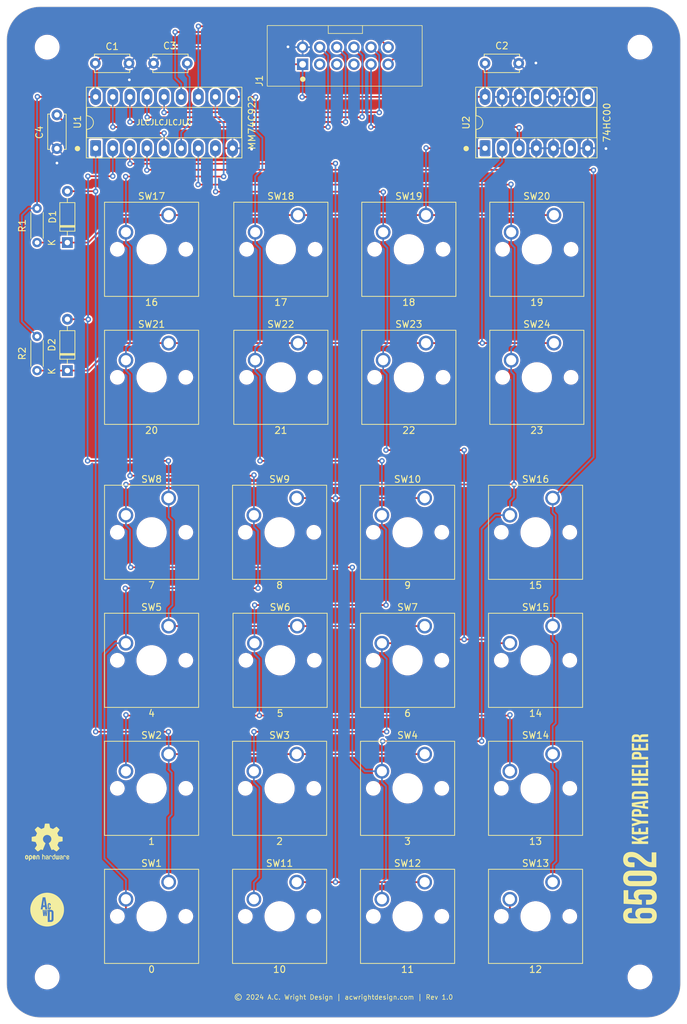
<source format=kicad_pcb>
(kicad_pcb (version 20241229) (generator "pcbnew") (generator_version "9.0")
  (title_block (title "6502 Keypad Helper") (date "2024-08-06") (rev "1.0") (company "A.C. Wright Design"))
  (layers (0 "F.Cu" signal "Top") (2 "B.Cu" signal "Bottom") (13 "F.Paste" user) (15 "B.Paste" user) (5 "F.SilkS" user "F.Silkscreen") (7 "B.SilkS" user "B.Silkscreen") (1 "F.Mask" user) (3 "B.Mask" user) (25 "Edge.Cuts" user))
  (net 0 "")
  (net 1 "GND")
  (net 2 "VCC")
  (net 3 "Net-(U1-KBM)")
  (net 4 "Net-(U1-OSC)")
  (net 5 "Y1")
  (net 6 "Y5")
  (net 7 "Y6")
  (net 8 "Y2")
  (net 9 "P4")
  (net 10 "P1")
  (net 11 "C2")
  (net 12 "C1")
  (net 13 "P0")
  (net 14 "P2")
  (net 15 "P3")
  (net 16 "X1")
  (net 17 "X2")
  (net 18 "X3")
  (net 19 "X4")
  (net 20 "Y3")
  (net 21 "Y4")
  (footprint "Symbol:OSHW-Logo2_7.3x6mm_SilkScreen" (layer "F.Cu") (at 40.9011 157.6136)
    (property "Reference" "REF**" (hide yes))
    (property "Value" "OSHW-Logo2_7.3x6mm_SilkScreen" (hide yes))
  )
  (footprint "Package_DIP:DIP-14_W7.62mm_Socket_LongPads" (layer "F.Cu") (at 105.9011 54.6136 90)
    (property "Reference" "U2")
    (property "Value" "74HC00")
  )
  (footprint "Diode_THT:D_DO-35_SOD27_P7.62mm_Horizontal" (layer "F.Cu") (at 43.9011 68.6136 90)
    (property "Reference" "D1")
    (property "Value" "1N914" (hide yes))
  )
  (footprint "A.C. Wright Logo:A.C. Wright Logo 5mm" (layer "F.Cu") (at 40.9011 167.6136)
    (property "Reference" "G***" (hide yes))
    (property "Value" "LOGO" (hide yes))
  )
  (footprint "Button_Switch_Keyboard:SW_Cherry_MX_1.00u_PCB" (layer "F.Cu") (at 77.9411 163.5336)
    (property "Reference" "SW11")
    (property "Value" "10")
  )
  (footprint "Button_Switch_Keyboard:SW_Cherry_MX_1.00u_PCB" (layer "F.Cu") (at 115.9411 125.5336)
    (property "Reference" "SW15")
    (property "Value" "14")
  )
  (footprint "Button_Switch_Keyboard:SW_Cherry_MX_1.00u_PCB" (layer "F.Cu") (at 77.9411 106.5336)
    (property "Reference" "SW9")
    (property "Value" "8")
  )
  (footprint "Button_Switch_Keyboard:SW_Cherry_MX_1.00u_PCB" (layer "F.Cu") (at 58.9411 83.5336)
    (property "Reference" "SW21")
    (property "Value" "20")
  )
  (footprint "Button_Switch_Keyboard:SW_Cherry_MX_1.00u_PCB" (layer "F.Cu") (at 78.1311 64.5336)
    (property "Reference" "SW18")
    (property "Value" "17")
  )
  (footprint "Button_Switch_Keyboard:SW_Cherry_MX_1.00u_PCB" (layer "F.Cu") (at 115.9411 106.5336)
    (property "Reference" "SW16")
    (property "Value" "15")
  )
  (footprint "Button_Switch_Keyboard:SW_Cherry_MX_1.00u_PCB" (layer "F.Cu") (at 78.1311 83.5336)
    (property "Reference" "SW22")
    (property "Value" "21")
  )
  (footprint "Button_Switch_Keyboard:SW_Cherry_MX_1.00u_PCB" (layer "F.Cu") (at 96.9411 125.5336)
    (property "Reference" "SW7")
    (property "Value" "6")
  )
  (footprint "MountingHole:MountingHole_3.2mm_M3" (layer "F.Cu") (at 128.9011 177.6136)
    (property "Reference" "H4" (hide yes))
    (property "Value" "MountingHole" (hide yes))
  )
  (footprint "Resistor_THT:R_Axial_DIN0204_L3.6mm_D1.6mm_P5.08mm_Horizontal" (layer "F.Cu") (at 39.4011 87.6136 90)
    (property "Reference" "R2")
    (property "Value" "100k" (hide yes))
  )
  (footprint "Button_Switch_Keyboard:SW_Cherry_MX_1.00u_PCB" (layer "F.Cu") (at 97.1311 83.5336)
    (property "Reference" "SW23")
    (property "Value" "22")
  )
  (footprint "6502 Logos:6502 Keypad Helper Logo 5mm" (layer "F.Cu") (at 128.901047 149.686866 90)
    (property "Reference" "G***" (hide yes))
    (property "Value" "LOGO" (hide yes))
  )
  (footprint "Button_Switch_Keyboard:SW_Cherry_MX_1.00u_PCB" (layer "F.Cu") (at 58.9411 144.5336)
    (property "Reference" "SW2")
    (property "Value" "1")
  )
  (footprint "Button_Switch_Keyboard:SW_Cherry_MX_1.00u_PCB" (layer "F.Cu") (at 58.9411 163.5336)
    (property "Reference" "SW1")
    (property "Value" "0")
  )
  (footprint "Button_Switch_Keyboard:SW_Cherry_MX_1.00u_PCB" (layer "F.Cu") (at 115.9411 144.5336)
    (property "Reference" "SW14")
    (property "Value" "13")
  )
  (footprint "Button_Switch_Keyboard:SW_Cherry_MX_1.00u_PCB" (layer "F.Cu") (at 58.9411 125.5336)
    (property "Reference" "SW5")
    (property "Value" "4")
  )
  (footprint "Button_Switch_Keyboard:SW_Cherry_MX_1.00u_PCB" (layer "F.Cu") (at 116.1311 64.5336)
    (property "Reference" "SW20")
    (property "Value" "19")
  )
  (footprint "Button_Switch_Keyboard:SW_Cherry_MX_1.00u_PCB" (layer "F.Cu") (at 78.0211 125.5336)
    (property "Reference" "SW6")
    (property "Value" "5")
  )
  (footprint "Button_Switch_Keyboard:SW_Cherry_MX_1.00u_PCB" (layer "F.Cu") (at 58.9411 106.5336)
    (property "Reference" "SW8")
    (property "Value" "7")
  )
  (footprint "Button_Switch_Keyboard:SW_Cherry_MX_1.00u_PCB" (layer "F.Cu") (at 115.9411 163.5336)
    (property "Reference" "SW13")
    (property "Value" "12")
  )
  (footprint "Button_Switch_Keyboard:SW_Cherry_MX_1.00u_PCB" (layer "F.Cu") (at 97.1311 64.5336)
    (property "Reference" "SW19")
    (property "Value" "18")
  )
  (footprint "MountingHole:MountingHole_3.2mm_M3" (layer "F.Cu") (at 40.9011 39.6136)
    (property "Reference" "H1" (hide yes))
    (property "Value" "MountingHole" (hide yes))
  )
  (footprint "MountingHole:MountingHole_3.2mm_M3" (layer "F.Cu") (at 128.9011 39.6136)
    (property "Reference" "H2" (hide yes))
    (property "Value" "MountingHole" (hide yes))
  )
  (footprint "Capacitor_THT:C_Disc_D5.0mm_W2.5mm_P5.00mm" (layer "F.Cu") (at 48.0511 42.0136)
    (property "Reference" "C1")
    (property "Value" "100nF" (hide yes))
  )
  (footprint "Package_DIP:DIP-18_W7.62mm_Socket_LongPads" (layer "F.Cu") (at 48.1011 54.6136 90)
    (property "Reference" "U1")
    (property "Value" "MM74C922")
  )
  (footprint "Button_Switch_Keyboard:SW_Cherry_MX_1.00u_PCB" (layer "F.Cu") (at 96.9411 106.5336)
    (property "Reference" "SW10")
    (property "Value" "9")
  )
  (footprint "Capacitor_THT:C_Disc_D5.0mm_W2.5mm_P5.00mm" (layer "F.Cu") (at 42.3511 49.6636 -90)
    (property "Reference" "C4")
    (property "Value" "1uF" (hide yes))
  )
  (footprint "Button_Switch_Keyboard:SW_Cherry_MX_1.00u_PCB" (layer "F.Cu") (at 96.9411 144.5336)
    (property "Reference" "SW4")
    (property "Value" "3")
  )
  (footprint "Button_Switch_Keyboard:SW_Cherry_MX_1.00u_PCB" (layer "F.Cu") (at 96.9411 163.5336)
    (property "Reference" "SW12")
    (property "Value" "11")
  )
  (footprint "Button_Switch_Keyboard:SW_Cherry_MX_1.00u_PCB" (layer "F.Cu") (at 116.1311 83.5336)
    (property "Reference" "SW24")
    (property "Value" "23")
  )
  (footprint "6502 Parts:6502 GPIO Connector" (layer "F.Cu") (at 78.8211 42.1536 90)
    (property "Reference" "J1")
    (property "Value" "PORT" (hide yes))
  )
  (footprint "MountingHole:MountingHole_3.2mm_M3" (layer "F.Cu") (at 40.9011 177.6136)
    (property "Reference" "H3" (hide yes))
    (property "Value" "MountingHole" (hide yes))
  )
  (footprint "Capacitor_THT:C_Disc_D5.0mm_W2.5mm_P5.00mm" (layer "F.Cu") (at 105.9011 42.0136)
    (property "Reference" "C2")
    (property "Value" "100nF" (hide yes))
  )
  (footprint "Diode_THT:D_DO-35_SOD27_P7.62mm_Horizontal" (layer "F.Cu") (at 43.9011 87.6136 90)
    (property "Reference" "D2")
    (property "Value" "1N914" (hide yes))
  )
  (footprint "Resistor_THT:R_Axial_DIN0204_L3.6mm_D1.6mm_P5.08mm_Horizontal" (layer "F.Cu") (at 39.4011 68.6136 90)
    (property "Reference" "R1")
    (property "Value" "100k" (hide yes))
  )
  (footprint "Capacitor_THT:C_Disc_D5.0mm_W2.5mm_P5.00mm" (layer "F.Cu") (at 61.7011 42.0136 180)
    (property "Reference" "C3")
    (property "Value" "10uF" (hide yes))
  )
  (footprint "Button_Switch_Keyboard:SW_Cherry_MX_1.00u_PCB" (layer "F.Cu") (at 77.9411 144.5336)
    (property "Reference" "SW3")
    (property "Value" "2")
  )
  (footprint "Button_Switch_Keyboard:SW_Cherry_MX_1.00u_PCB" (layer "F.Cu") (at 58.9411 64.5336)
    (property "Reference" "SW17")
    (property "Value" "16")
  )
  (gr_circle (center 103.1011 54.6636) (end 103.3011 54.6636) (stroke (width 0.4)) (fill no) (layer "F.SilkS"))
  (gr_circle (center 45.4011 54.6636) (end 45.6011 54.6636) (stroke (width 0.4)) (fill no) (layer "F.SilkS"))
  (gr_circle (center 78.8511 44.3636) (end 79.0511 44.3636) (stroke (width 0.4)) (fill no) (layer "F.SilkS"))
  (gr_arc (start 39.9011 183.6136) (mid 36.365566 182.149134) (end 34.9011 178.6136) (stroke (width 0.05)) (layer "Edge.Cuts"))
  (gr_line (start 134.9011 178.6136) (end 134.9011 38.6136) (stroke (width 0.05)) (layer "Edge.Cuts"))
  (gr_line (start 39.9011 183.6136) (end 129.9011 183.6136) (stroke (width 0.05)) (layer "Edge.Cuts"))
  (gr_line (start 34.9011 38.6136) (end 34.9011 178.6136) (stroke (width 0.05)) (layer "Edge.Cuts"))
  (gr_arc (start 34.9011 38.6136) (mid 36.365566 35.078066) (end 39.9011 33.6136) (stroke (width 0.05)) (layer "Edge.Cuts"))
  (gr_line (start 129.9011 33.6136) (end 39.9011 33.6136) (stroke (width 0.05)) (layer "Edge.Cuts"))
  (gr_arc (start 129.9011 33.6136) (mid 133.436634 35.078066) (end 134.9011 38.6136) (stroke (width 0.05)) (layer "Edge.Cuts"))
  (gr_arc (start 134.9011 178.6136) (mid 133.436634 182.149134) (end 129.9011 183.6136) (stroke (width 0.05)) (layer "Edge.Cuts"))
  (gr_text "JLCJLCJLCJLC" (at 58.2511 50.7886 0) (layer "F.SilkS") (effects (font (size 0.8 0.8))))
  (gr_text "© 2024 A.C. Wright Design | acwrightdesign.com | Rev 1.0" (at 84.9011 180.6136 0) (layer "F.SilkS") (effects (font (size 0.7 0.7) (thickness 0.1))))
  (via (at 76.6511 39.5636) (size 0.8) (drill 0.4) (layers "F.Cu" "B.Cu") (net 1))
  (via (at 113.4511 41.9636) (size 0.8) (drill 0.4) (layers "F.Cu" "B.Cu") (net 1))
  (via (at 42.3511 56.8136) (size 0.8) (drill 0.4) (layers "F.Cu" "B.Cu") (net 1))
  (via (at 123.8511 54.6636) (size 0.8) (drill 0.4) (layers "F.Cu" "B.Cu") (net 1))
  (via (at 71.2511 54.7636) (size 0.8) (drill 0.4) (layers "F.Cu" "B.Cu") (net 1))
  (via (at 53.1011 44.4636) (size 0.8) (drill 0.4) (layers "F.Cu" "B.Cu") (net 1))
  (segment (start 78.7711 46.9936) (end 105.9011 46.9936) (width 0.25) (layer "F.Cu") (net 2))
  (segment (start 48.0511 42.0136) (end 50.5011 39.5636) (width 0.25) (layer "F.Cu") (net 2))
  (segment (start 78.7511 47.0136) (end 78.7711 46.9936) (width 0.25) (layer "F.Cu") (net 2))
  (segment (start 48.1011 46.9936) (end 39.4811 46.9936) (width 0.25) (layer "F.Cu") (net 2))
  (segment (start 71.0011 39.5636) (end 73.6011 42.1636) (width 0.25) (layer "F.Cu") (net 2))
  (segment (start 73.6111 42.1536) (end 78.8211 42.1536) (width 0.25) (layer "F.Cu") (net 2))
  (segment (start 50.5011 39.5636) (end 71.0011 39.5636) (width 0.25) (layer "F.Cu") (net 2))
  (segment (start 73.6011 42.1636) (end 73.6111 42.1536) (width 0.25) (layer "F.Cu") (net 2))
  (segment (start 39.4811 46.9936) (end 39.4511 46.9636) (width 0.25) (layer "F.Cu") (net 2))
  (via (at 39.4511 46.9636) (size 0.8) (drill 0.4) (layers "F.Cu" "B.Cu") (net 2))
  (via (at 78.7511 47.0136) (size 0.8) (drill 0.4) (layers "F.Cu" "B.Cu") (net 2))
  (segment (start 105.9011 46.9936) (end 105.9011 42.0136) (width 0.25) (layer "B.Cu") (net 2))
  (segment (start 38.1011 81.2636) (end 38.1311 81.2636) (width 0.25) (layer "B.Cu") (net 2))
  (segment (start 48.0511 42.0136) (end 48.0511 46.9436) (width 0.25) (layer "B.Cu") (net 2))
  (segment (start 37.1511 64.5636) (end 37.1511 80.3136) (width 0.25) (layer "B.Cu") (net 2))
  (segment (start 78.8211 46.9436) (end 78.7511 47.0136) (width 0.25) (layer "B.Cu") (net 2))
  (segment (start 38.1311 81.2636) (end 39.4011 82.5336) (width 0.25) (layer "B.Cu") (net 2))
  (segment (start 38.1811 63.5336) (end 37.1511 64.5636) (width 0.25) (layer "B.Cu") (net 2))
  (segment (start 39.4011 63.5336) (end 38.1811 63.5336) (width 0.25) (layer "B.Cu") (net 2))
  (segment (start 78.8211 42.1536) (end 78.8211 46.9436) (width 0.25) (layer "B.Cu") (net 2))
  (segment (start 39.4011 47.0136) (end 39.4011 63.5336) (width 0.25) (layer "B.Cu") (net 2))
  (segment (start 39.4511 46.9636) (end 39.4011 47.0136) (width 0.25) (layer "B.Cu") (net 2))
  (segment (start 37.1511 80.3136) (end 38.1011 81.2636) (width 0.25) (layer "B.Cu") (net 2))
  (segment (start 48.0511 46.9436) (end 48.1011 46.9936) (width 0.25) (layer "B.Cu") (net 2))
  (segment (start 60.8011 52.2636) (end 60.8011 54.6136) (width 0.25) (layer "B.Cu") (net 3))
  (segment (start 62.0511 44.0636) (end 62.0511 51.0136) (width 0.25) (layer "B.Cu") (net 3))
  (segment (start 62.0511 51.0136) (end 60.8011 52.2636) (width 0.25) (layer "B.Cu") (net 3))
  (segment (start 61.7011 43.7136) (end 62.0511 44.0636) (width 0.25) (layer "B.Cu") (net 3))
  (segment (start 61.7011 42.0136) (end 61.7011 43.7136) (width 0.25) (layer "B.Cu") (net 3))
  (segment (start 45.0511 52.3636) (end 58.2611 52.3636) (width 0.25) (layer "F.Cu") (net 4))
  (segment (start 42.3511 49.6636) (end 45.0511 52.3636) (width 0.25) (layer "F.Cu") (net 4))
  (via (at 58.2611 52.3636) (size 0.8) (drill 0.4) (layers "F.Cu" "B.Cu") (net 4))
  (segment (start 58.2611 52.3636) (end 58.2611 54.6136) (width 0.25) (layer "B.Cu") (net 4))
  (segment (start 58.9411 144.5336) (end 77.9411 144.5336) (width 0.25) (layer "F.Cu") (net 5))
  (segment (start 58.9011 141.2136) (end 48.1011 141.2136) (width 0.25) (layer "F.Cu") (net 5))
  (segment (start 48.0811 60.9936) (end 43.9011 60.9936) (width 0.25) (layer "F.Cu") (net 5))
  (segment (start 77.9411 144.5336) (end 96.9411 144.5336) (width 0.25) (layer "F.Cu") (net 5))
  (segment (start 48.1011 61.0136) (end 48.0811 60.9936) (width 0.25) (layer "F.Cu") (net 5))
  (via (at 58.9011 141.2136) (size 0.8) (drill 0.4) (layers "F.Cu" "B.Cu") (net 5))
  (via (at 48.1011 61.0136) (size 0.8) (drill 0.4) (layers "F.Cu" "B.Cu") (net 5))
  (via (at 48.1011 141.2136) (size 0.8) (drill 0.4) (layers "F.Cu" "B.Cu") (net 5))
  (segment (start 59.4011 153.5136) (end 59.4011 147.3136) (width 0.25) (layer "B.Cu") (net 5))
  (segment (start 59.4011 147.3136) (end 58.9011 146.8136) (width 0.25) (layer "B.Cu") (net 5))
  (segment (start 58.9411 146.7736) (end 58.9411 144.5336) (width 0.25) (layer "B.Cu") (net 5))
  (segment (start 48.1011 141.2136) (end 48.1011 61.0136) (width 0.25) (layer "B.Cu") (net 5))
  (segment (start 58.9411 144.5336) (end 58.9411 141.2536) (width 0.25) (layer "B.Cu") (net 5))
  (segment (start 48.1011 54.8136) (end 48.1011 61.0136) (width 0.25) (layer "B.Cu") (net 5))
  (segment (start 58.9411 141.2536) (end 58.9011 141.2136) (width 0.25) (layer "B.Cu") (net 5))
  (segment (start 58.9011 146.8136) (end 58.9411 146.7736) (width 0.25) (layer "B.Cu") (net 5))
  (segment (start 47.9011 54.6136) (end 48.1011 54.8136) (width 0.25) (layer "B.Cu") (net 5))
  (segment (start 58.9411 163.5336) (end 58.9411 153.9736) (width 0.25) (layer "B.Cu") (net 5))
  (segment (start 58.9411 153.9736) (end 59.4011 153.5136) (width 0.25) (layer "B.Cu") (net 5))
  (segment (start 58.9411 64.5336) (end 51.0811 64.5336) (width 0.25) (layer "F.Cu") (net 6))
  (segment (start 97.2011 54.6136) (end 105.9011 54.6136) (width 0.25) (layer "F.Cu") (net 6))
  (segment (start 39.4011 68.6136) (end 43.9011 68.6136) (width 0.25) (layer "F.Cu") (net 6))
  (segment (start 58.9411 64.5336) (end 116.1311 64.5336) (width 0.25) (layer "F.Cu") (net 6))
  (segment (start 47.0011 68.6136) (end 43.9011 68.6136) (width 0.25) (layer "F.Cu") (net 6))
  (segment (start 97.1511 54.5636) (end 97.2011 54.6136) (width 0.25) (layer "F.Cu") (net 6))
  (segment (start 51.0811 64.5336) (end 47.0011 68.6136) (width 0.25) (layer "F.Cu") (net 6))
  (via (at 97.1511 54.5636) (size 0.8) (drill 0.4) (layers "F.Cu" "B.Cu") (net 6))
  (segment (start 97.1311 54.5836) (end 97.1511 54.5636) (width 0.25) (layer "B.Cu") (net 6))
  (segment (start 97.1311 64.5336) (end 97.1311 54.5836) (width 0.25) (layer "B.Cu") (net 6))
  (segment (start 105.5011 83.5336) (end 116.1311 83.5336) (width 0.25) (layer "F.Cu") (net 7))
  (segment (start 58.9411 83.5336) (end 105.5011 83.5336) (width 0.25) (layer "F.Cu") (net 7))
  (segment (start 47.0011 87.6136) (end 43.9011 87.6136) (width 0.25) (layer "F.Cu") (net 7))
  (segment (start 39.4011 87.6136) (end 43.9011 87.6136) (width 0.25) (layer "F.Cu") (net 7))
  (segment (start 51.0811 83.5336) (end 47.0011 87.6136) (width 0.25) (layer "F.Cu") (net 7))
  (segment (start 58.9411 83.5336) (end 51.0811 83.5336) (width 0.25) (layer "F.Cu") (net 7))
  (via (at 105.5011 83.5336) (size 0.8) (drill 0.4) (layers "F.Cu" "B.Cu") (net 7))
  (segment (start 108.4411 56.5736) (end 105.4511 59.5636) (width 0.25) (layer "B.Cu") (net 7))
  (segment (start 105.4511 83.4836) (end 105.5011 83.5336) (width 0.25) (layer "B.Cu") (net 7))
  (segment (start 108.4411 54.6136) (end 108.4411 56.5736) (width 0.25) (layer "B.Cu") (net 7))
  (segment (start 105.4511 59.5636) (end 105.4511 83.4836) (width 0.25) (layer "B.Cu") (net 7))
  (segment (start 46.2011 80.0136) (end 46.1811 79.9936) (width 0.25) (layer "F.Cu") (net 8))
  (segment (start 46.9511 58.7636) (end 50.6411 58.7636) (width 0.25) (layer "F.Cu") (net 8))
  (segment (start 47.0011 80.0136) (end 46.2011 80.0136) (width 0.25) (layer "F.Cu") (net 8))
  (segment (start 58.9411 125.5336) (end 96.9411 125.5336) (width 0.25) (layer "F.Cu") (net 8))
  (segment (start 58.9011 101.0136) (end 46.9011 101.0136) (width 0.25) (layer "F.Cu") (net 8))
  (segment (start 46.1811 79.9936) (end 43.9011 79.9936) (width 0.25) (layer "F.Cu") (net 8))
  (via (at 58.9011 101.0136) (size 0.8) (drill 0.4) (layers "F.Cu" "B.Cu") (net 8))
  (via (at 47.0011 80.0136) (size 0.8) (drill 0.4) (layers "F.Cu" "B.Cu") (net 8))
  (via (at 50.6411 58.7636) (size 0.8) (drill 0.4) (layers "F.Cu" "B.Cu") (net 8))
  (via (at 46.9511 58.7636) (size 0.8) (drill 0.4) (layers "F.Cu" "B.Cu") (net 8))
  (via (at 46.9011 101.0136) (size 0.8) (drill 0.4) (layers "F.Cu" "B.Cu") (net 8))
  (segment (start 59.5011 109.9136) (end 58.9411 109.3536) (width 0.25) (layer "B.Cu") (net 8))
  (segment (start 59.5011 122.4136) (end 59.5011 109.9136) (width 0.25) (layer "B.Cu") (net 8))
  (segment (start 46.9761 79.9886) (end 46.9761 58.7886) (width 0.25) (layer "B.Cu") (net 8))
  (segment (start 46.9761 58.7886) (end 46.9511 58.7636) (width 0.25) (layer "B.Cu") (net 8))
  (segment (start 58.9411 106.5336) (end 58.9411 101.0536) (width 0.25) (layer "B.Cu") (net 8))
  (segment (start 46.9011 101.0136) (end 46.9011 80.1136) (width 0.25) (layer "B.Cu") (net 8))
  (segment (start 58.9411 125.5336) (end 58.9411 122.9736) (width 0.25) (layer "B.Cu") (net 8))
  (segment (start 58.9411 109.3536) (end 58.9411 106.5336) (width 0.25) (layer "B.Cu") (net 8))
  (segment (start 50.6411 54.6136) (end 50.6411 58.7636) (width 0.25) (layer "B.Cu") (net 8))
  (segment (start 47.0011 80.0136) (end 46.9761 79.9886) (width 0.25) (layer "B.Cu") (net 8))
  (segment (start 46.9011 80.1136) (end 47.0011 80.0136) (width 0.25) (layer "B.Cu") (net 8))
  (segment (start 58.9411 101.0536) (end 58.9011 101.0136) (width 0.25) (layer "B.Cu") (net 8))
  (segment (start 58.9411 122.9736) (end 59.5011 122.4136) (width 0.25) (layer "B.Cu") (net 8))
  (segment (start 88.9511 51.4636) (end 110.8511 51.4636) (width 0.25) (layer "F.Cu") (net 9))
  (segment (start 110.8511 51.4636) (end 110.9511 51.5636) (width 0.25) (layer "F.Cu") (net 9))
  (via (at 88.9511 51.4636) (size 0.8) (drill 0.4) (layers "F.Cu" "B.Cu") (net 9))
  (via (at 110.9511 51.5636) (size 0.8) (drill 0.4) (layers "F.Cu" "B.Cu") (net 9))
  (segment (start 88.9811 42.1536) (end 88.9811 51.4336) (width 0.25) (layer "B.Cu") (net 9))
  (segment (start 110.9511 51.5636) (end 110.9811 51.5936) (width 0.25) (layer "B.Cu") (net 9))
  (segment (start 110.9811 51.5936) (end 110.9811 54.6136) (width 0.25) (layer "B.Cu") (net 9))
  (segment (start 88.9811 51.4336) (end 88.9511 51.4636) (width 0.25) (layer "B.Cu") (net 9))
  (segment (start 53.2011 50.7136) (end 85.2011 50.7136) (width 0.25) (layer "F.Cu") (net 10))
  (via (at 85.2011 50.7136) (size 0.8) (drill 0.4) (layers "F.Cu" "B.Cu") (net 10))
  (via (at 53.2011 50.7136) (size 0.8) (drill 0.4) (layers "F.Cu" "B.Cu") (net 10))
  (segment (start 85.2011 40.9136) (end 83.9011 39.6136) (width 0.25) (layer "B.Cu") (net 10))
  (segment (start 53.1811 50.6936) (end 53.2011 50.7136) (width 0.25) (layer "B.Cu") (net 10))
  (segment (start 85.2011 50.7136) (end 85.2011 40.9136) (width 0.25) (layer "B.Cu") (net 10))
  (segment (start 53.1811 46.9936) (end 53.1811 50.6936) (width 0.25) (layer "B.Cu") (net 10))
  (segment (start 89.2711 37.3636) (end 91.5211 39.6136) (width 0.25) (layer "F.Cu") (net 11))
  (segment (start 59.9011 37.3636) (end 89.2711 37.3636) (width 0.25) (layer "F.Cu") (net 11))
  (via (at 59.9011 37.3636) (size 0.8) (drill 0.4) (layers "F.Cu" "B.Cu") (net 11))
  (segment (start 59.9011 44.1636) (end 59.9011 37.9136) (width 0.25) (layer "B.Cu") (net 11))
  (segment (start 60.8011 46.9936) (end 60.8011 45.0636) (width 0.25) (layer "B.Cu") (net 11))
  (segment (start 59.9011 37.9136) (end 59.9011 37.3636) (width 0.25) (layer "B.Cu") (net 11))
  (segment (start 60.8011 45.0636) (end 59.9011 44.1636) (width 0.25) (layer "B.Cu") (net 11))
  (segment (start 93.3511 38.6636) (end 93.3511 40.3236) (width 0.25) (layer "F.Cu") (net 12))
  (segment (start 91.2011 36.5136) (end 93.3511 38.6636) (width 0.25) (layer "F.Cu") (net 12))
  (segment (start 63.3511 36.5136) (end 91.2011 36.5136) (width 0.25) (layer "F.Cu") (net 12))
  (segment (start 93.3511 40.3236) (end 91.5211 42.1536) (width 0.25) (layer "F.Cu") (net 12))
  (via (at 63.3511 36.5136) (size 0.8) (drill 0.4) (layers "F.Cu" "B.Cu") (net 12))
  (segment (start 63.3411 36.5236) (end 63.3511 36.5136) (width 0.25) (layer "B.Cu") (net 12))
  (segment (start 63.3411 46.9936) (end 63.3411 36.5236) (width 0.25) (layer "B.Cu") (net 12))
  (segment (start 50.6511 51.4636) (end 82.6011 51.4636) (width 0.25) (layer "F.Cu") (net 13))
  (via (at 82.6011 51.4636) (size 0.8) (drill 0.4) (layers "F.Cu" "B.Cu") (net 13))
  (via (at 50.6511 51.4636) (size 0.8) (drill 0.4) (layers "F.Cu" "B.Cu") (net 13))
  (segment (start 50.6411 51.4536) (end 50.6511 51.4636) (width 0.25) (layer "B.Cu") (net 13))
  (segment (start 82.6011 40.8536) (end 81.3611 39.6136) (width 0.25) (layer "B.Cu") (net 13))
  (segment (start 82.6011 51.4636) (end 82.6011 40.8536) (width 0.25) (layer "B.Cu") (net 13))
  (segment (start 50.6411 46.9936) (end 50.6411 51.4536) (width 0.25) (layer "B.Cu") (net 13))
  (segment (start 55.7511 50.0136) (end 87.6011 50.0136) (width 0.25) (layer "F.Cu") (net 14))
  (segment (start 87.6011 50.0136) (end 87.6511 49.9636) (width 0.25) (layer "F.Cu") (net 14))
  (via (at 87.6511 49.9636) (size 0.8) (drill 0.4) (layers "F.Cu" "B.Cu") (net 14))
  (via (at 55.7511 50.0136) (size 0.8) (drill 0.4) (layers "F.Cu" "B.Cu") (net 14))
  (segment (start 87.7011 49.9136) (end 87.7011 40.8736) (width 0.25) (layer "B.Cu") (net 14))
  (segment (start 87.6511 49.9636) (end 87.7011 49.9136) (width 0.25) (layer "B.Cu") (net 14))
  (segment (start 55.7211 49.9836) (end 55.7511 50.0136) (width 0.25) (layer "B.Cu") (net 14))
  (segment (start 87.7011 40.8736) (end 86.4411 39.6136) (width 0.25) (layer "B.Cu") (net 14))
  (segment (start 55.7211 46.9936) (end 55.7211 49.9836) (width 0.25) (layer "B.Cu") (net 14))
  (segment (start 90.2011 49.3136) (end 90.1511 49.2636) (width 0.25) (layer "F.Cu") (net 15))
  (segment (start 58.3011 49.2636) (end 58.2511 49.3136) (width 0.25) (layer "F.Cu") (net 15))
  (segment (start 90.1511 49.2636) (end 58.3011 49.2636) (width 0.25) (layer "F.Cu") (net 15))
  (via (at 90.2011 49.3136) (size 0.8) (drill 0.4) (layers "F.Cu" "B.Cu") (net 15))
  (via (at 58.2511 49.3136) (size 0.8) (drill 0.4) (layers "F.Cu" "B.Cu") (net 15))
  (segment (start 58.2511 49.3136) (end 58.2611 49.3036) (width 0.25) (layer "B.Cu") (net 15))
  (segment (start 90.2011 49.3136) (end 90.2011 40.8336) (width 0.25) (layer "B.Cu") (net 15))
  (segment (start 58.2611 49.3036) (end 58.2611 46.9936) (width 0.25) (layer "B.Cu") (net 15))
  (segment (start 90.2011 40.8336) (end 88.9811 39.6136) (width 0.25) (layer "B.Cu") (net 15))
  (segment (start 110.2011 168.3136) (end 109.6011 167.7136) (width 0.25) (layer "F.Cu") (net 16))
  (segment (start 109.5911 167.4036) (end 109.5911 166.0736) (width 0.25) (layer "F.Cu") (net 16))
  (segment (start 53.2011 170.3136) (end 54.9011 172.0136) (width 0.25) (layer "F.Cu") (net 16))
  (segment (start 53.2011 168.3136) (end 53.2011 170.3136) (width 0.25) (layer "F.Cu") (net 16))
  (segment (start 52.5911 167.7036) (end 53.2011 168.3136) (width 0.25) (layer "F.Cu") (net 16))
  (segment (start 110.2011 170.4136) (end 110.2011 168.3136) (width 0.25) (layer "F.Cu") (net 16))
  (segment (start 52.5511 58.8136) (end 67.1011 58.8136) (width 0.25) (layer "F.Cu") (net 16))
  (segment (start 109.6011 167.4136) (end 109.5911 167.4036) (width 0.25) (layer "F.Cu") (net 16))
  (segment (start 53.2011 103.2136) (end 71.5011 103.2136) (width 0.25) (layer "F.Cu") (net 16))
  (segment (start 109.6011 167.7136) (end 109.6011 167.4136) (width 0.25) (layer "F.Cu") (net 16))
  (segment (start 54.9011 172.0136) (end 108.6011 172.0136) (width 0.25) (layer "F.Cu") (net 16))
  (segment (start 52.5911 166.0736) (end 52.5911 167.7036) (width 0.25) (layer "F.Cu") (net 16))
  (segment (start 72.2011 119.9136) (end 52.5011 119.9136) (width 0.25) (layer "F.Cu") (net 16))
  (segment (start 108.6011 172.0136) (end 110.2011 170.4136) (width 0.25) (layer "F.Cu") (net 16))
  (segment (start 71.5011 103.2136) (end 71.6011 103.1136) (width 0.25) (layer "F.Cu") (net 16))
  (via (at 52.5011 119.9136) (size 0.8) (drill 0.4) (layers "F.Cu" "B.Cu") (net 16))
  (via (at 71.6011 103.1136) (size 0.8) (drill 0.4) (layers "F.Cu" "B.Cu") (net 16))
  (via (at 67.1011 58.8136) (size 0.8) (drill 0.4) (layers "F.Cu" "B.Cu") (net 16))
  (via (at 52.5511 58.8136) (size 0.8) (drill 0.4) (layers "F.Cu" "B.Cu") (net 16))
  (via (at 53.2011 103.2136) (size 0.8) (drill 0.4) (layers "F.Cu" "B.Cu") (net 16))
  (via (at 72.2011 119.9136) (size 0.8) (drill 0.4) (layers "F.Cu" "B.Cu") (net 16))
  (segment (start 52.5911 58.8536) (end 52.5511 58.8136) (width 0.25) (layer "B.Cu") (net 16))
  (segment (start 52.5911 120.0036) (end 52.5911 128.0736) (width 0.25) (layer "B.Cu") (net 16))
  (segment (start 52.5911 67.0736) (end 52.5911 58.8536) (width 0.25) (layer "B.Cu") (net 16))
  (segment (start 52.5911 68.7036) (end 52.5911 67.0736) (width 0.25) (layer "B.Cu") (net 16))
  (segment (start 52.6011 86.0836) (end 52.6011 87.6136) (width 0.25) (layer "B.Cu") (net 16))
  (segment (start 52.5911 163.2036) (end 49.4011 160.0136) (width 0.25) (layer "B.Cu") (net 16))
  (segment (start 52.5011 119.9136) (end 52.5911 120.0036) (width 0.25) (layer "B.Cu") (net 16))
  (segment (start 49.4011 129.707966) (end 51.035466 128.0736) (width 0.25) (layer "B.Cu") (net 16))
  (segment (start 72.2011 119.9136) (end 72.2011 111.4136) (width 0.25) (layer "B.Cu") (net 16))
  (segment (start 52.5911 166.0736) (end 52.5911 163.2036) (width 0.25) (layer "B.Cu") (net 16))
  (segment (start 67.1011 50.9636) (end 65.8811 49.7436) (width 0.25) (layer "B.Cu") (net 16))
  (segment (start 52.5911 86.0736) (end 52.6011 86.0836) (width 0.25) (layer "B.Cu") (net 16))
  (segment (start 52.6011 87.6136) (end 53.2011 88.2136) (width 0.25) (layer "B.Cu") (net 16))
  (segment (start 53.2011 69.3136) (end 52.5911 68.7036) (width 0.25) (layer "B.Cu") (net 16))
  (segment (start 53.2011 83.6136) (end 53.2011 69.3136) (width 0.25) (layer "B.Cu") (net 16))
  (segment (start 72.2011 111.4136) (end 71.5911 110.8036) (width 0.25) (layer "B.Cu") (net 16))
  (segment (start 51.035466 128.0736) (end 52.5911 128.0736) (width 0.25) (layer "B.Cu") (net 16))
  (segment (start 53.2011 88.2136) (end 53.2011 88.5136) (width 0.25) (layer "B.Cu") (net 16))
  (segment (start 52.5911 86.0736) (end 52.5911 84.2236) (width 0.25) (layer "B.Cu") (net 16))
  (segment (start 65.8811 49.7436) (end 65.8811 46.9936) (width 0.25) (layer "B.Cu") (net 16))
  (segment (start 49.4011 160.0136) (end 49.4011 129.707966) (width 0.25) (layer "B.Cu") (net 16))
  (segment (start 71.5911 110.8036) (end 71.5911 109.0736) (width 0.25) (layer "B.Cu") (net 16))
  (segment (start 71.5911 103.1236) (end 71.5911 109.0736) (width 0.25) (layer "B.Cu") (net 16))
  (segment (start 71.6011 103.1136) (end 71.5911 103.1236) (width 0.25) (layer "B.Cu") (net 16))
  (segment (start 67.1011 58.8136) (end 67.1011 50.9636) (width 0.25) (layer "B.Cu") (net 16))
  (segment (start 52.5911 84.2236) (end 53.2011 83.6136) (width 0.25) (layer "B.Cu") (net 16))
  (segment (start 53.2011 88.5136) (end 53.2011 103.2136) (width 0.25) (layer "B.Cu") (net 16))
  (segment (start 72.4011 138.8136) (end 52.7011 138.8136) (width 0.25) (layer "F.Cu") (net 17))
  (segment (start 71.8311 46.9936) (end 68.4211 46.9936) (width 0.25) (layer "F.Cu") (net 17))
  (segment (start 71.8511 47.0136) (end 71.8311 46.9936) (width 0.25) (layer "F.Cu") (net 17))
  (segment (start 52.7011 138.8136) (end 52.6011 138.7136) (width 0.25) (layer "F.Cu") (net 17))
  (segment (start 90.6011 101.0136) (end 72.5011 101.0136) (width 0.25) (layer "F.Cu") (net 17))
  (segment (start 109.6011 138.8136) (end 109.6011 138.7136) (width 0.25) (layer "F.Cu") (net 17))
  (segment (start 72.4011 138.8136) (end 109.6011 138.8136) (width 0.25) (layer "F.Cu") (net 17))
  (segment (start 71.7011 122.4136) (end 91.2011 122.4136) (width 0.25) (layer "F.Cu") (net 17))
  (via (at 91.2011 122.4136) (size 0.8) (drill 0.4) (layers "F.Cu" "B.Cu") (net 17))
  (via (at 72.4011 138.8136) (size 0.8) (drill 0.4) (layers "F.Cu" "B.Cu") (net 17))
  (via (at 72.5011 101.0136) (size 0.8) (drill 0.4) (layers "F.Cu" "B.Cu") (net 17))
  (via (at 71.8511 47.0136) (size 0.8) (drill 0.4) (layers "F.Cu" "B.Cu") (net 17))
  (via (at 71.7011 122.4136) (size 0.8) (drill 0.4) (layers "F.Cu" "B.Cu") (net 17))
  (via (at 52.6011 138.7136) (size 0.8) (drill 0.4) (layers "F.Cu" "B.Cu") (net 17))
  (via (at 90.6011 101.0136) (size 0.8) (drill 0.4) (layers "F.Cu" "B.Cu") (net 17))
  (via (at 109.6011 138.7136) (size 0.8) (drill 0.4) (layers "F.Cu" "B.Cu") (net 17))
  (segment (start 71.9061 47.0686) (end 71.8511 47.0136) (width 0.25) (layer "B.Cu") (net 17))
  (segment (start 52.6011 138.7136) (end 52.5911 138.7236) (width 0.25) (layer "B.Cu") (net 17))
  (segment (start 52.5911 138.7236) (end 52.5911 147.0736) (width 0.25) (layer "B.Cu") (net 17))
  (segment (start 72.8511 57.7136) (end 72.8511 53.0636) (width 0.25) (layer "B.Cu") (net 17))
  (segment (start 109.5911 138.7236) (end 109.5911 147.0736) (width 0.25) (layer "B.Cu") (net 17))
  (segment (start 72.5011 83.5136) (end 72.5011 69.5136) (width 0.25) (layer "B.Cu") (net 17))
  (segment (start 72.5011 101.0136) (end 72.5011 88.4136) (width 0.25) (layer "B.Cu") (net 17))
  (segment (start 72.5011 69.5136) (end 71.7811 68.7936) (width 0.25) (layer "B.Cu") (net 17))
  (segment (start 71.7811 84.2336) (end 72.5011 83.5136) (width 0.25) (layer "B.Cu") (net 17))
  (segment (start 71.6711 128.0736) (end 71.6711 129.6836) (width 0.25) (layer "B.Cu") (net 17))
  (segment (start 71.6711 128.0736) (end 71.6711 122.4436) (width 0.25) (layer "B.Cu") (net 17))
  (segment (start 71.6711 122.4436) (end 71.7011 122.4136) (width 0.25) (layer "B.Cu") (net 17))
  (segment (start 90.5911 109.0736) (end 90.5911 101.0236) (width 0.25) (layer "B.Cu") (net 17))
  (segment (start 71.9061 52.1186) (end 71.9061 47.0686) (width 0.25) (layer "B.Cu") (net 17))
  (segment (start 90.5911 101.0236) (end 90.6011 101.0136) (width 0.25) (layer "B.Cu") (net 17))
  (segment (start 72.5011 88.4136) (end 71.7811 87.6936) (width 0.25) (layer "B.Cu") (net 17))
  (segment (start 91.2011 122.4136) (end 91.2011 111.2136) (width 0.25) (layer "B.Cu") (net 17))
  (segment (start 71.7811 87.6936) (end 71.7811 86.0736) (width 0.25) (layer "B.Cu") (net 17))
  (segment (start 91.2011 111.2136) (end 90.5911 110.6036) (width 0.25) (layer "B.Cu") (net 17))
  (segment (start 71.6711 129.6836) (end 72.4011 130.4136) (width 0.25) (layer "B.Cu") (net 17))
  (segment (start 90.5911 110.6036) (end 90.5911 109.0736) (width 0.25) (layer "B.Cu") (net 17))
  (segment (start 71.7811 58.7836) (end 72.8511 57.7136) (width 0.25) (layer "B.Cu") (net 17))
  (segment (start 109.6011 138.7136) (end 109.5911 138.7236) (width 0.25) (layer "B.Cu") (net 17))
  (segment (start 72.4011 130.4136) (end 72.4011 138.8136) (width 0.25) (layer "B.Cu") (net 17))
  (segment (start 71.7811 67.0736) (end 71.7811 58.7836) (width 0.25) (layer "B.Cu") (net 17))
  (segment (start 71.7811 68.7936) (end 71.7811 67.0736) (width 0.25) (layer "B.Cu") (net 17))
  (segment (start 72.8511 53.0636) (end 71.9061 52.1186) (width 0.25) (layer "B.Cu") (net 17))
  (segment (start 71.7811 86.0736) (end 71.7811 84.2336) (width 0.25) (layer "B.Cu") (net 17))
  (segment (start 91.2011 99.4136) (end 102.8011 99.4136) (width 0.25) (layer "F.Cu") (net 18))
  (segment (start 102.8011 127.5136) (end 106.5011 127.5136) (width 0.25) (layer "F.Cu") (net 18))
  (segment (start 71.6011 141.2136) (end 91.3011 141.2136) (width 0.25) (layer "F.Cu") (net 18))
  (segment (start 65.9011 61.0636) (end 90.7511 61.0636) (width 0.25) (layer "F.Cu") (net 18))
  (segment (start 90.5911 128.0736) (end 92.5411 128.0736) (width 0.25) (layer "F.Cu") (net 18))
  (segment (start 92.5411 128.0736) (end 93.1011 127.5136) (width 0.25) (layer "F.Cu") (net 18))
  (segment (start 93.1011 127.5136) (end 102.8011 127.5136) (width 0.25) (layer "F.Cu") (net 18))
  (segment (start 106.5011 127.5136) (end 107.0611 128.0736) (width 0.25) (layer "F.Cu") (net 18))
  (segment (start 107.0611 128.0736) (end 109.5911 128.0736) (width 0.25) (layer "F.Cu") (net 18))
  (segment (start 90.7511 61.0636) (end 90.8011 61.1136) (width 0.25) (layer "F.Cu") (net 18))
  (via (at 102.8011 127.5136) (size 0.8) (drill 0.4) (layers "F.Cu" "B.Cu") (net 18))
  (via (at 91.3011 141.2136) (size 0.8) (drill 0.4) (layers "F.Cu" "B.Cu") (net 18))
  (via (at 71.6011 141.2136) (size 0.8) (drill 0.4) (layers "F.Cu" "B.Cu") (net 18))
  (via (at 90.8011 61.1136) (size 0.8) (drill 0.4) (layers "F.Cu" "B.Cu") (net 18))
  (via (at 91.2011 99.4136) (size 0.8) (drill 0.4) (layers "F.Cu" "B.Cu") (net 18))
  (via (at 65.9011 61.0636) (size 0.8) (drill 0.4) (layers "F.Cu" "B.Cu") (net 18))
  (via (at 102.8011 99.4136) (size 0.8) (drill 0.4) (layers "F.Cu" "B.Cu") (net 18))
  (segment (start 90.5911 129.4036) (end 90.5911 128.0736) (width 0.25) (layer "B.Cu") (net 18))
  (segment (start 102.8011 99.4136) (end 102.8011 127.5136) (width 0.25) (layer "B.Cu") (net 18))
  (segment (start 90.7811 87.6936) (end 91.3011 88.2136) (width 0.25) (layer "B.Cu") (net 18))
  (segment (start 71.5911 148.7036) (end 71.5911 147.0736) (width 0.25) (layer "B.Cu") (net 18))
  (segment (start 91.3011 130.4136) (end 90.6011 129.7136) (width 0.25) (layer "B.Cu") (net 18))
  (segment (start 72.4011 162.8136) (end 72.4011 149.5136) (width 0.25) (layer "B.Cu") (net 18))
  (segment (start 91.3011 141.2136) (end 91.3011 130.4136) (width 0.25) (layer "B.Cu") (net 18))
  (segment (start 91.3011 88.2136) (end 91.3011 99.3136) (width 0.25) (layer "B.Cu") (net 18))
  (segment (start 90.8011 61.1136) (end 90.8011 61.8136) (width 0.25) (layer "B.Cu") (net 18))
  (segment (start 72.4011 149.5136) (end 71.5911 148.7036) (width 0.25) (layer "B.Cu") (net 18))
  (segment (start 90.7811 61.8336) (end 90.7811 67.0736) (width 0.25) (layer "B.Cu") (net 18))
  (segment (start 90.6011 129.7136) (end 90.6011 129.4136) (width 0.25) (layer "B.Cu") (net 18))
  (segment (start 65.8811 61.0436) (end 65.9011 61.0636) (width 0.25) (layer "B.Cu") (net 18))
  (segment (start 71.5911 163.6236) (end 72.4011 162.8136) (width 0.25) (layer "B.Cu") (net 18))
  (segment (start 90.7811 68.7936) (end 90.7811 67.0736) (width 0.25) (layer "B.Cu") (net 18))
  (segment (start 90.7811 86.0736) (end 90.7811 87.6936) (width 0.25) (layer "B.Cu") (net 18))
  (segment (start 90.8011 61.8136) (end 90.7811 61.8336) (width 0.25) (layer "B.Cu") (net 18))
  (segment (start 91.4011 69.4136) (end 90.7811 68.7936) (width 0.25) (layer "B.Cu") (net 18))
  (segment (start 65.8811 54.6136) (end 65.8811 61.0436) (width 0.25) (layer "B.Cu") (net 18))
  (segment (start 90.7811 86.0736) (end 90.7811 84.2336) (width 0.25) (layer "B.Cu") (net 18))
  (segment (start 90.7811 84.2336) (end 91.4011 83.6136) (width 0.25) (layer "B.Cu") (net 18))
  (segment (start 91.3011 99.3136) (end 91.2011 99.4136) (width 0.25) (layer "B.Cu") (net 18))
  (segment (start 71.5911 141.2236) (end 71.6011 141.2136) (width 0.25) (layer "B.Cu") (net 18))
  (segment (start 71.5911 166.0736) (end 71.5911 163.6236) (width 0.25) (layer "B.Cu") (net 18))
  (segment (start 90.6011 129.4136) (end 90.5911 129.4036) (width 0.25) (layer "B.Cu") (net 18))
  (segment (start 91.4011 83.6136) (end 91.4011 69.4136) (width 0.25) (layer "B.Cu") (net 18))
  (segment (start 71.5911 147.0736) (end 71.5911 141.2236) (width 0.25) (layer "B.Cu") (net 18))
  (segment (start 52.6011 104.5136) (end 110.2011 104.5136) (width 0.25) (layer "F.Cu") (net 19))
  (segment (start 90.7011 142.6136) (end 105.4011 142.6136) (width 0.25) (layer "F.Cu") (net 19))
  (segment (start 53.3011 116.8136) (end 86.2011 116.8136) (width 0.25) (layer "F.Cu") (net 19))
  (segment (start 109.7011 60.0136) (end 109.7511 59.9636) (width 0.25) (layer "F.Cu") (net 19))
  (segment (start 63.3011 60.0136) (end 109.7011 60.0136) (width 0.25) (layer "F.Cu") (net 19))
  (via (at 53.3011 116.8136) (size 0.8) (drill 0.4) (layers "F.Cu" "B.Cu") (net 19))
  (via (at 109.7511 59.9636) (size 0.8) (drill 0.4) (layers "F.Cu" "B.Cu") (net 19))
  (via (at 105.4011 142.6136) (size 0.8) (drill 0.4) (layers "F.Cu" "B.Cu") (net 19))
  (via (at 90.7011 142.6136) (size 0.8) (drill 0.4) (layers "F.Cu" "B.Cu") (net 19))
  (via (at 63.3011 60.0136) (size 0.8) (drill 0.4) (layers "F.Cu" "B.Cu") (net 19))
  (via (at 110.2011 104.5136) (size 0.8) (drill 0.4) (layers "F.Cu" "B.Cu") (net 19))
  (via (at 52.6011 104.5136) (size 0.8) (drill 0.4) (layers "F.Cu" "B.Cu") (net 19))
  (via (at 86.2011 116.8136) (size 0.8) (drill 0.4) (layers "F.Cu" "B.Cu") (net 19))
  (segment (start 52.5911 109.0736) (end 52.5911 110.6036) (width 0.25) (layer "B.Cu") (net 19))
  (segment (start 110.2011 88.2136) (end 109.7811 87.7936) (width 0.25) (layer "B.Cu") (net 19))
  (segment (start 109.7811 86.0736) (end 109.7811 84.3336) (width 0.25) (layer "B.Cu") (net 19))
  (segment (start 109.7811 68.8436) (end 109.7811 67.0736) (width 0.25) (layer "B.Cu") (net 19))
  (segment (start 86.2011 116.8136) (end 86.2011 145.2136) (width 0.25) (layer "B.Cu") (net 19))
  (segment (start 90.5911 166.0736) (end 90.5911 163.6236) (width 0.25) (layer "B.Cu") (net 19))
  (segment (start 53.2011 116.7136) (end 53.3011 116.8136) (width 0.25) (layer "B.Cu") (net 19))
  (segment (start 90.5911 163.6236) (end 91.2011 163.0136) (width 0.25) (layer "B.Cu") (net 19))
  (segment (start 105.4011 111.1136) (end 107.4411 109.0736) (width 0.25) (layer "B.Cu") (net 19))
  (segment (start 110.2011 104.5136) (end 110.2011 88.2136) (width 0.25) (layer "B.Cu") (net 19))
  (segment (start 90.6011 147.0836) (end 90.5911 147.0736) (width 0.25) (layer "B.Cu") (net 19))
  (segment (start 52.5911 110.6036) (end 53.2011 111.2136) (width 0.25) (layer "B.Cu") (net 19))
  (segment (start 91.2011 163.0136) (end 91.2011 149.3136) (width 0.25) (layer "B.Cu") (net 19))
  (segment (start 63.3411 59.9736) (end 63.3011 60.0136) (width 0.25) (layer "B.Cu") (net 19))
  (segment (start 105.4011 142.6136) (end 105.4011 111.1136) (width 0.25) (layer "B.Cu") (net 19))
  (segment (start 90.5911 142.7236) (end 90.7011 142.6136) (width 0.25) (layer "B.Cu") (net 19))
  (segment (start 109.5911 107.0236) (end 110.2011 106.4136) (width 0.25) (layer "B.Cu") (net 19))
  (segment (start 88.0611 147.0736) (end 90.5911 147.0736) (width 0.25) (layer "B.Cu") (net 19))
  (segment (start 109.7811 87.7936) (end 109.7811 86.0736) (width 0.25) (layer "B.Cu") (net 19))
  (segment (start 109.7511 59.9636) (end 109.7811 59.9936) (width 0.25) (layer "B.Cu") (net 19))
  (segment (start 109.7811 84.3336) (end 110.3011 83.8136) (width 0.25) (layer "B.Cu") (net 19))
  (segment (start 52.5911 104.5236) (end 52.6011 104.5136) (width 0.25) (layer "B.Cu") (net 19))
  (segment (start 90.5911 147.0736) (end 90.5911 142.7236) (width 0.25) (layer "B.Cu") (net 19))
  (segment (start 91.2011 149.3136) (end 90.6011 148.7136) (width 0.25) (layer "B.Cu") (net 19))
  (segment (start 107.4411 109.0736) (end 109.5911 109.0736) (width 0.25) (layer "B.Cu") (net 19))
  (segment (start 109.5911 109.0736) (end 109.5911 107.0236) (width 0.25) (layer "B.Cu") (net 19))
  (segment (start 110.3011 69.3636) (end 109.7811 68.8436) (width 0.25) (layer "B.Cu") (net 19))
  (segment (start 109.7811 59.9936) (end 109.7811 67.0736) (width 0.25) (layer "B.Cu") (net 19))
  (segment (start 53.2011 111.2136) (end 53.2011 116.7136) (width 0.25) (layer "B.Cu") (net 19))
  (segment (start 110.3011 83.8136) (end 110.3011 69.3636) (width 0.25) (layer "B.Cu") (net 19))
  (segment (start 63.3411 54.6136) (end 63.3411 59.9736) (width 0.25) (layer "B.Cu") (net 19))
  (segment (start 110.2011 106.4136) (end 110.2011 104.5136) (width 0.25) (layer "B.Cu") (net 19))
  (segment (start 86.2011 145.2136) (end 88.0611 147.0736) (width 0.25) (layer "B.Cu") (net 19))
  (segment (start 90.6011 148.7136) (end 90.6011 147.0836) (width 0.25) (layer "B.Cu") (net 19))
  (segment (start 52.5911 109.0736) (end 52.5911 104.5236) (width 0.25) (layer "B.Cu") (net 19))
  (segment (start 83.6511 56.9136) (end 83.7011 56.8636) (width 0.25) (layer "F.Cu") (net 20))
  (segment (start 53.2011 56.9136) (end 83.6511 56.9136) (width 0.25) (layer "F.Cu") (net 20))
  (segment (start 77.9411 106.5336) (end 83.7011 106.5336) (width 0.25) (layer "F.Cu") (net 20))
  (segment (start 77.9411 163.5336) (end 96.9411 163.5336) (width 0.25) (layer "F.Cu") (net 20))
  (segment (start 83.7011 106.5336) (end 96.9411 106.5336) (width 0.25) (layer "F.Cu") (net 20))
  (via (at 53.2011 56.9136) (size 0.8) (drill 0.4) (layers "F.Cu" "B.Cu") (net 20))
  (via (at 83.7011 56.8636) (size 0.8) (drill 0.4) (layers "F.Cu" "B.Cu") (net 20))
  (via (at 83.7011 106.5336) (size 0.8) (drill 0.4) (layers "F.Cu" "B.Cu") (net 20))
  (via (at 83.7011 163.5336) (size 0.8) (drill 0.4) (layers "F.Cu" "B.Cu") (net 20))
  (segment (start 53.1811 56.8936) (end 53.2011 56.9136) (width 0.25) (layer "B.Cu") (net 20))
  (segment (start 53.1811 54.6136) (end 53.1811 56.8936) (width 0.25) (layer "B.Cu") (net 20))
  (segment (start 83.7011 163.5336) (end 83.7011 106.5336) (width 0.25) (layer "B.Cu") (net 20))
  (segment (start 83.7011 56.8636) (end 83.7011 106.5336) (width 0.25) (layer "B.Cu") (net 20))
  (segment (start 55.7511 57.8136) (end 55.7011 57.8636) (width 0.25) (layer "F.Cu") (net 21))
  (segment (start 121.9511 57.8136) (end 55.7511 57.8136) (width 0.25) (layer "F.Cu") (net 21))
  (segment (start 122.0011 57.8636) (end 121.9511 57.8136) (width 0.25) (layer "F.Cu") (net 21))
  (via (at 55.7011 57.8636) (size 0.8) (drill 0.4) (layers "F.Cu" "B.Cu") (net 21))
  (via (at 122.0011 57.8636) (size 0.8) (drill 0.4) (layers "F.Cu" "B.Cu") (net 21))
  (segment (start 115.9411 144.5336) (end 115.9411 140.3736) (width 0.25) (layer "B.Cu") (net 21))
  (segment (start 116.4011 120.9136) (end 116.4011 109.1136) (width 0.25) (layer "B.Cu") (net 21))
  (segment (start 115.9411 125.5336) (end 115.9411 121.3736) (width 0.25) (layer "B.Cu") (net 21))
  (segment (start 115.9411 163.5336) (end 115.9411 160.9736) (width 0.25) (layer "B.Cu") (net 21))
  (segment (start 55.7211 57.8436) (end 55.7011 57.8636) (width 0.25) (layer "B.Cu") (net 21))
  (segment (start 122.0011 57.8636) (end 122.0011 100.4736) (width 0.25) (layer "B.Cu") (net 21))
  (segment (start 116.4011 109.1136) (end 115.9411 108.6536) (width 0.25) (layer "B.Cu") (net 21))
  (segment (start 115.9411 140.3736) (end 116.4011 139.9136) (width 0.25) (layer "B.Cu") (net 21))
  (segment (start 116.4011 128.1136) (end 115.9411 127.6536) (width 0.25) (layer "B.Cu") (net 21))
  (segment (start 122.0011 100.4736) (end 115.9411 106.5336) (width 0.25) (layer "B.Cu") (net 21))
  (segment (start 115.9411 121.3736) (end 116.4011 120.9136) (width 0.25) (layer "B.Cu") (net 21))
  (segment (start 115.9411 127.6536) (end 115.9411 125.5336) (width 0.25) (layer "B.Cu") (net 21))
  (segment (start 116.5011 147.1136) (end 115.9411 146.5536) (width 0.25) (layer "B.Cu") (net 21))
  (segment (start 115.9411 160.9736) (end 116.5011 160.4136) (width 0.25) (layer "B.Cu") (net 21))
  (segment (start 116.4011 139.9136) (end 116.4011 128.1136) (width 0.25) (layer "B.Cu") (net 21))
  (segment (start 116.5011 160.4136) (end 116.5011 147.1136) (width 0.25) (layer "B.Cu") (net 21))
  (segment (start 55.7211 54.6136) (end 55.7211 57.8436) (width 0.25) (layer "B.Cu") (net 21))
  (segment (start 115.9411 146.5536) (end 115.9411 144.5336) (width 0.25) (layer "B.Cu") (net 21))
  (segment (start 115.9411 108.6536) (end 115.9411 106.5336) (width 0.25) (layer "B.Cu") (net 21))
  (zone (net 1) (net_name "GND") (layer "F.Cu") (connect_pads (clearance 0.254)) (min_thickness 0.254) (fill yes (thermal_gap 0.254) (thermal_bridge_width 0.254))
    (polygon (pts (xy 135.9011 184.6136) (xy 33.9011 184.6136) (xy 33.9011 32.6136) (xy 135.9011 32.6136)))
  )
  (zone (net 1) (net_name "GND") (layer "B.Cu") (connect_pads (clearance 0.254)) (min_thickness 0.254) (fill yes (thermal_gap 0.254) (thermal_bridge_width 0.254))
    (polygon (pts (xy 135.9011 184.6136) (xy 33.9011 184.6136) (xy 33.9011 32.6136) (xy 135.9011 32.6136)))
  )
)
</source>
